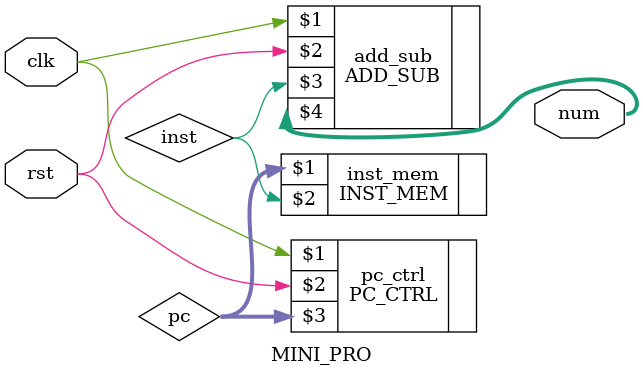
<source format=v>
`timescale 1ns / 1ps


module MINI_PRO(clk, rst, num);
    input clk, rst;
    output [3:0] num;
    wire [3:0] pc;
    wire inst;
    
    PC_CTRL pc_ctrl(clk, rst, pc);
    INST_MEM inst_mem(pc, inst);
    ADD_SUB add_sub(clk, rst, inst, num);
    
endmodule

</source>
